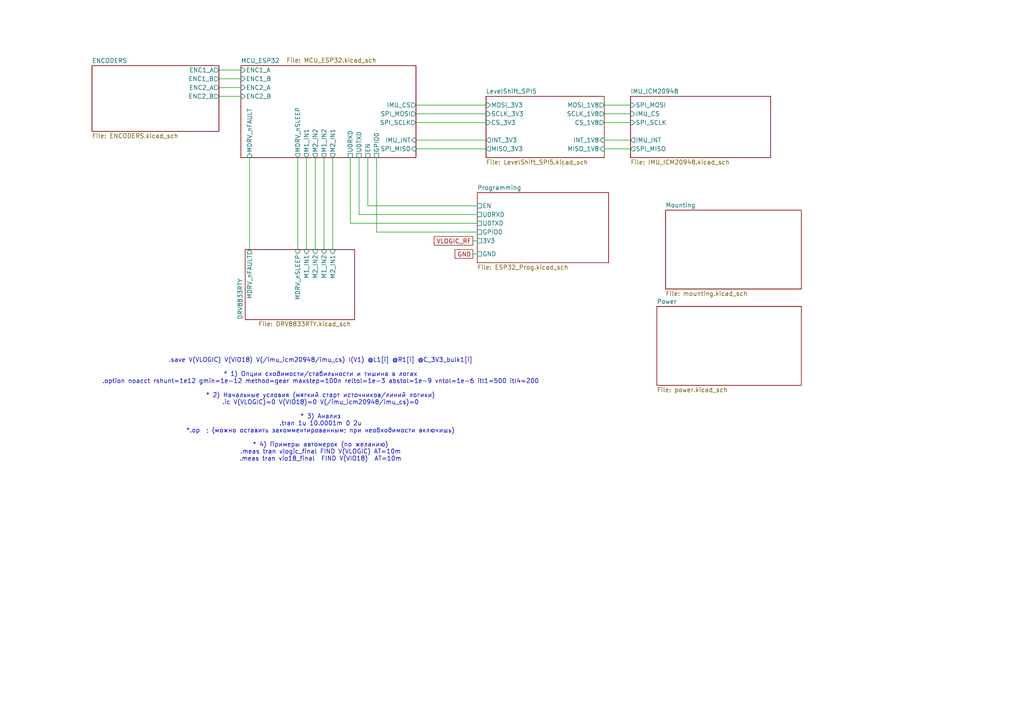
<source format=kicad_sch>
(kicad_sch
	(version 20250114)
	(generator "eeschema")
	(generator_version "9.0")
	(uuid "891cdf0c-b4c2-4f65-9c53-c267913f529d")
	(paper "A4")
	(lib_symbols)
	(text ".save V(VLOGIC) V(VIO18) V(/imu_icm20948/imu_cs) I(V1) @L1[i] @R1[i] @C_3V3_bulk1[i]\n\n* 1) Опции сходимости/стабильности и тишина в логах\n.option noacct rshunt=1e12 gmin=1e-12 method=gear maxstep=100n reltol=1e-3 abstol=1e-9 vntol=1e-6 itl1=500 itl4=200\n\n* 2) Начальные условия (мягкий старт источников/линий логики)\n.ic V(VLOGIC)=0 V(VIO18)=0 V(/imu_icm20948/imu_cs)=0\n\n* 3) Анализ\n.tran 1u 10.0001m 0 2u\n*.op  ; (можно оставить закомментированным; при необходимости включишь)\n\n* 4) Примеры автомерок (по желанию)\n.meas tran vlogic_final FIND V(VLOGIC) AT=10m\n.meas tran vio18_final  FIND V(VIO18)  AT=10m"
		(exclude_from_sim no)
		(at 92.964 118.872 0)
		(effects
			(font
				(size 1.27 1.27)
			)
		)
		(uuid "c21c3323-6eee-4ad5-8eab-20fe9ba9f25a")
	)
	(wire
		(pts
			(xy 137.16 69.85) (xy 138.43 69.85)
		)
		(stroke
			(width 0)
			(type default)
		)
		(uuid "0a611570-7656-467d-97c9-44ea0f00caca")
	)
	(wire
		(pts
			(xy 86.36 45.72) (xy 86.36 72.39)
		)
		(stroke
			(width 0)
			(type default)
		)
		(uuid "19b7d177-0edd-44d6-ab55-a51ce64adc74")
	)
	(wire
		(pts
			(xy 91.44 45.72) (xy 91.44 72.39)
		)
		(stroke
			(width 0)
			(type default)
		)
		(uuid "27122aa9-4e46-45bb-ac5f-074f344c9d46")
	)
	(wire
		(pts
			(xy 72.39 45.72) (xy 72.39 72.39)
		)
		(stroke
			(width 0)
			(type default)
		)
		(uuid "30e73459-2aa6-4145-80ca-b0e5e909478f")
	)
	(wire
		(pts
			(xy 63.5 27.94) (xy 69.85 27.94)
		)
		(stroke
			(width 0)
			(type default)
		)
		(uuid "3aa08278-1345-49fb-8236-1686c5bc6b2c")
	)
	(wire
		(pts
			(xy 175.26 35.56) (xy 182.88 35.56)
		)
		(stroke
			(width 0)
			(type default)
		)
		(uuid "42cd5b4a-40e6-4d00-82f0-96792f4babf6")
	)
	(wire
		(pts
			(xy 138.43 62.23) (xy 104.14 62.23)
		)
		(stroke
			(width 0)
			(type default)
		)
		(uuid "56b29a84-b7d5-49f8-b9b4-2b72ecc414b8")
	)
	(wire
		(pts
			(xy 63.5 25.4) (xy 69.85 25.4)
		)
		(stroke
			(width 0)
			(type default)
		)
		(uuid "58f2b765-e96c-4abd-8bac-3662a6d81198")
	)
	(wire
		(pts
			(xy 101.6 64.77) (xy 101.6 45.72)
		)
		(stroke
			(width 0)
			(type default)
		)
		(uuid "59f08e24-4cfc-47d1-adfa-513fcbfc25f9")
	)
	(wire
		(pts
			(xy 88.9 45.72) (xy 88.9 72.39)
		)
		(stroke
			(width 0)
			(type default)
		)
		(uuid "687c8ef3-0bfc-4b81-ba97-611080604e27")
	)
	(wire
		(pts
			(xy 63.5 20.32) (xy 69.85 20.32)
		)
		(stroke
			(width 0)
			(type default)
		)
		(uuid "6b188191-54fa-46ed-90c1-6581ccc5dd17")
	)
	(wire
		(pts
			(xy 120.65 33.02) (xy 140.97 33.02)
		)
		(stroke
			(width 0)
			(type default)
		)
		(uuid "6fd69a06-6b62-4469-8783-246e796b1474")
	)
	(wire
		(pts
			(xy 96.52 45.72) (xy 96.52 72.39)
		)
		(stroke
			(width 0)
			(type default)
		)
		(uuid "7895d047-c5c1-40ce-9ac7-033e0ecd3448")
	)
	(wire
		(pts
			(xy 109.22 67.31) (xy 109.22 45.72)
		)
		(stroke
			(width 0)
			(type default)
		)
		(uuid "791f1dca-e766-4bfa-ac33-2d5afca7da69")
	)
	(wire
		(pts
			(xy 175.26 30.48) (xy 182.88 30.48)
		)
		(stroke
			(width 0)
			(type default)
		)
		(uuid "7cec3729-cedb-44be-95f1-0554997ba570")
	)
	(wire
		(pts
			(xy 138.43 59.69) (xy 106.68 59.69)
		)
		(stroke
			(width 0)
			(type default)
		)
		(uuid "7da7344b-1ef2-449f-9081-1b6e6e49afc2")
	)
	(wire
		(pts
			(xy 120.65 40.64) (xy 140.97 40.64)
		)
		(stroke
			(width 0)
			(type default)
		)
		(uuid "9247c72a-fa98-4f5f-9e12-6c79e7e06e2c")
	)
	(wire
		(pts
			(xy 175.26 40.64) (xy 182.88 40.64)
		)
		(stroke
			(width 0)
			(type default)
		)
		(uuid "95f4d8e7-0a82-4b1c-85ca-bef644862171")
	)
	(wire
		(pts
			(xy 138.43 64.77) (xy 101.6 64.77)
		)
		(stroke
			(width 0)
			(type default)
		)
		(uuid "98247e7e-4a2c-4d89-848a-7a069957d0c1")
	)
	(wire
		(pts
			(xy 138.43 67.31) (xy 109.22 67.31)
		)
		(stroke
			(width 0)
			(type default)
		)
		(uuid "9f22431a-4fa5-4423-b733-856fab1a2a4e")
	)
	(wire
		(pts
			(xy 106.68 59.69) (xy 106.68 45.72)
		)
		(stroke
			(width 0)
			(type default)
		)
		(uuid "ae08a599-8e67-48ad-9c39-d82920c409b0")
	)
	(wire
		(pts
			(xy 63.5 22.86) (xy 69.85 22.86)
		)
		(stroke
			(width 0)
			(type default)
		)
		(uuid "ae793f99-288e-4bb1-ba6d-6656b8e89a73")
	)
	(wire
		(pts
			(xy 104.14 62.23) (xy 104.14 45.72)
		)
		(stroke
			(width 0)
			(type default)
		)
		(uuid "affa3626-931f-4bde-b1ae-3ca38ecb4cb0")
	)
	(wire
		(pts
			(xy 175.26 33.02) (xy 182.88 33.02)
		)
		(stroke
			(width 0)
			(type default)
		)
		(uuid "ccbbc30e-7897-4ed0-a142-d7cf07ab1db0")
	)
	(wire
		(pts
			(xy 175.26 43.18) (xy 182.88 43.18)
		)
		(stroke
			(width 0)
			(type default)
		)
		(uuid "ce08111a-cd3f-4936-9ca6-d4f9740c88a4")
	)
	(wire
		(pts
			(xy 120.65 35.56) (xy 140.97 35.56)
		)
		(stroke
			(width 0)
			(type default)
		)
		(uuid "e29e3fcd-abdb-4e7b-80b2-4f6f16b49408")
	)
	(wire
		(pts
			(xy 120.65 30.48) (xy 140.97 30.48)
		)
		(stroke
			(width 0)
			(type default)
		)
		(uuid "e6379864-e010-48b0-b8dc-766e4182d0c2")
	)
	(wire
		(pts
			(xy 137.16 73.66) (xy 138.43 73.66)
		)
		(stroke
			(width 0)
			(type default)
		)
		(uuid "ea7cd0a4-8e3b-41f8-9296-0dc91fd51105")
	)
	(wire
		(pts
			(xy 93.98 45.72) (xy 93.98 72.39)
		)
		(stroke
			(width 0)
			(type default)
		)
		(uuid "f174fa42-9fbc-4e22-8556-0b8fd70ffbd5")
	)
	(wire
		(pts
			(xy 120.65 43.18) (xy 140.97 43.18)
		)
		(stroke
			(width 0)
			(type default)
		)
		(uuid "f53f716e-8461-4216-ac5f-cce5e95062a8")
	)
	(global_label "VLOGIC_RF"
		(shape passive)
		(at 137.16 69.85 180)
		(fields_autoplaced yes)
		(effects
			(font
				(size 1.27 1.27)
			)
			(justify right)
		)
		(uuid "652acbcd-ce9b-4354-8ebb-6ad04e7174a9")
		(property "Intersheetrefs" "${INTERSHEET_REFS}"
			(at 125.3679 69.85 0)
			(effects
				(font
					(size 1.27 1.27)
				)
				(justify right)
				(hide yes)
			)
		)
	)
	(global_label "GND"
		(shape passive)
		(at 137.16 73.66 180)
		(fields_autoplaced yes)
		(effects
			(font
				(size 1.27 1.27)
			)
			(justify right)
		)
		(uuid "8ac413ab-9107-4359-9e35-750a9ff1d820")
		(property "Intersheetrefs" "${INTERSHEET_REFS}"
			(at 131.4156 73.66 0)
			(effects
				(font
					(size 1.27 1.27)
				)
				(justify right)
				(hide yes)
			)
		)
	)
	(sheet
		(at 193.04 60.96)
		(size 39.37 22.86)
		(exclude_from_sim no)
		(in_bom yes)
		(on_board yes)
		(dnp no)
		(fields_autoplaced yes)
		(stroke
			(width 0.1524)
			(type solid)
		)
		(fill
			(color 0 0 0 0.0000)
		)
		(uuid "08d3f0e5-de1a-4cf8-8caa-5f92530f636e")
		(property "Sheetname" "Mounting"
			(at 193.04 60.2484 0)
			(effects
				(font
					(size 1.27 1.27)
				)
				(justify left bottom)
			)
		)
		(property "Sheetfile" "mounting.kicad_sch"
			(at 193.04 84.4046 0)
			(effects
				(font
					(size 1.27 1.27)
				)
				(justify left top)
			)
		)
		(instances
			(project "magnitrometr"
				(path "/891cdf0c-b4c2-4f65-9c53-c267913f529d"
					(page "8")
				)
			)
		)
	)
	(sheet
		(at 71.12 72.39)
		(size 31.75 20.32)
		(exclude_from_sim no)
		(in_bom yes)
		(on_board yes)
		(dnp no)
		(stroke
			(width 0.1524)
			(type solid)
		)
		(fill
			(color 0 0 0 0.0000)
		)
		(uuid "307903b1-5c4f-40ae-a94c-a51eab6addcb")
		(property "Sheetname" "DRV8833RTY"
			(at 70.4084 92.71 90)
			(effects
				(font
					(size 1.27 1.27)
				)
				(justify left bottom)
			)
		)
		(property "Sheetfile" "DRV8833RTY.kicad_sch"
			(at 74.93 93.218 0)
			(effects
				(font
					(size 1.27 1.27)
				)
				(justify left top)
			)
		)
		(pin "MDRV_nSLEEP" input
			(at 86.36 72.39 90)
			(uuid "ba1b9ebb-f6c4-44d7-90dc-739e07494b80")
			(effects
				(font
					(size 1.27 1.27)
				)
				(justify right)
			)
		)
		(pin "MDRV_nFAULT" output
			(at 72.39 72.39 90)
			(uuid "8290fcfc-4f52-4231-a333-08ed36c10f54")
			(effects
				(font
					(size 1.27 1.27)
				)
				(justify right)
			)
		)
		(pin "M1_IN1" input
			(at 88.9 72.39 90)
			(uuid "c1b88cfe-d76e-4d55-b441-ca47a0754367")
			(effects
				(font
					(size 1.27 1.27)
				)
				(justify right)
			)
		)
		(pin "M2_IN2" input
			(at 91.44 72.39 90)
			(uuid "e7f1b411-58c2-432a-a582-88cc267e56e9")
			(effects
				(font
					(size 1.27 1.27)
				)
				(justify right)
			)
		)
		(pin "M1_IN2" input
			(at 93.98 72.39 90)
			(uuid "54c68cf0-dade-42f4-a892-460ed834eb96")
			(effects
				(font
					(size 1.27 1.27)
				)
				(justify right)
			)
		)
		(pin "M2_IN1" input
			(at 96.52 72.39 90)
			(uuid "0761473a-1bf6-4615-86a5-29c3bc6b3576")
			(effects
				(font
					(size 1.27 1.27)
				)
				(justify right)
			)
		)
		(instances
			(project "magnitrometr"
				(path "/891cdf0c-b4c2-4f65-9c53-c267913f529d"
					(page "6")
				)
			)
		)
	)
	(sheet
		(at 190.5 88.9)
		(size 41.91 22.86)
		(exclude_from_sim no)
		(in_bom yes)
		(on_board yes)
		(dnp no)
		(fields_autoplaced yes)
		(stroke
			(width 0.1524)
			(type solid)
		)
		(fill
			(color 0 0 0 0.0000)
		)
		(uuid "32dcc24e-8308-45ed-b18e-b6bb77f40255")
		(property "Sheetname" "Power"
			(at 190.5 88.1884 0)
			(effects
				(font
					(size 1.27 1.27)
				)
				(justify left bottom)
			)
		)
		(property "Sheetfile" "power.kicad_sch"
			(at 190.5 112.3446 0)
			(effects
				(font
					(size 1.27 1.27)
				)
				(justify left top)
			)
		)
		(instances
			(project "magnitrometr"
				(path "/891cdf0c-b4c2-4f65-9c53-c267913f529d"
					(page "2")
				)
			)
		)
	)
	(sheet
		(at 26.67 19.05)
		(size 36.83 19.05)
		(exclude_from_sim no)
		(in_bom yes)
		(on_board yes)
		(dnp no)
		(fields_autoplaced yes)
		(stroke
			(width 0.1524)
			(type solid)
		)
		(fill
			(color 0 0 0 0.0000)
		)
		(uuid "49b0117c-a477-4b00-9c1e-6fa353293008")
		(property "Sheetname" "ENCODERS"
			(at 26.67 18.3384 0)
			(effects
				(font
					(size 1.27 1.27)
				)
				(justify left bottom)
			)
		)
		(property "Sheetfile" "ENCODERS.kicad_sch"
			(at 26.67 38.6846 0)
			(effects
				(font
					(size 1.27 1.27)
				)
				(justify left top)
			)
		)
		(pin "ENC2_A" output
			(at 63.5 25.4 0)
			(uuid "568f8dbd-eac0-4f15-9e06-fa9186588689")
			(effects
				(font
					(size 1.27 1.27)
				)
				(justify right)
			)
		)
		(pin "ENC2_B" output
			(at 63.5 27.94 0)
			(uuid "ace10d8a-e2b7-44df-851e-671420e5c018")
			(effects
				(font
					(size 1.27 1.27)
				)
				(justify right)
			)
		)
		(pin "ENC1_A" output
			(at 63.5 20.32 0)
			(uuid "a94a5817-3c62-4462-bd79-95afa10ad29e")
			(effects
				(font
					(size 1.27 1.27)
				)
				(justify right)
			)
		)
		(pin "ENC1_B" output
			(at 63.5 22.86 0)
			(uuid "3bd69f82-63c1-41d4-bee4-8677aeb6adf6")
			(effects
				(font
					(size 1.27 1.27)
				)
				(justify right)
			)
		)
		(instances
			(project "magnitrometr"
				(path "/891cdf0c-b4c2-4f65-9c53-c267913f529d"
					(page "7")
				)
			)
		)
	)
	(sheet
		(at 140.97 27.94)
		(size 34.29 17.78)
		(exclude_from_sim no)
		(in_bom yes)
		(on_board yes)
		(dnp no)
		(fields_autoplaced yes)
		(stroke
			(width 0.1524)
			(type solid)
		)
		(fill
			(color 0 0 0 0.0000)
		)
		(uuid "99606546-3096-4eba-88f0-5dc571a7049e")
		(property "Sheetname" "LevelShift_SPI5"
			(at 140.97 27.2284 0)
			(effects
				(font
					(size 1.27 1.27)
				)
				(justify left bottom)
			)
		)
		(property "Sheetfile" "LevelShift_SPI5.kicad_sch"
			(at 140.97 46.3046 0)
			(effects
				(font
					(size 1.27 1.27)
				)
				(justify left top)
			)
		)
		(pin "SCLK_3V3" input
			(at 140.97 33.02 180)
			(uuid "961240e5-9c98-4085-82ab-a70666123d53")
			(effects
				(font
					(size 1.27 1.27)
				)
				(justify left)
			)
		)
		(pin "MISO_3V3" output
			(at 140.97 43.18 180)
			(uuid "4327fe9a-a7d9-4fed-a084-1dfcb280f805")
			(effects
				(font
					(size 1.27 1.27)
				)
				(justify left)
			)
		)
		(pin "CS_1V8" output
			(at 175.26 35.56 0)
			(uuid "08a74ef0-7043-4c41-9164-81eb7095619c")
			(effects
				(font
					(size 1.27 1.27)
				)
				(justify right)
			)
		)
		(pin "CS_3V3" input
			(at 140.97 35.56 180)
			(uuid "39813e0d-24d9-4426-81f6-796c2e03292c")
			(effects
				(font
					(size 1.27 1.27)
				)
				(justify left)
			)
		)
		(pin "SCLK_1V8" output
			(at 175.26 33.02 0)
			(uuid "d92549a6-ab6e-4ec7-9e03-8f5964fe1595")
			(effects
				(font
					(size 1.27 1.27)
				)
				(justify right)
			)
		)
		(pin "MOSI_1V8" output
			(at 175.26 30.48 0)
			(uuid "43b8b8f8-644e-4582-9291-c793a752b46a")
			(effects
				(font
					(size 1.27 1.27)
				)
				(justify right)
			)
		)
		(pin "INT_1V8" input
			(at 175.26 40.64 0)
			(uuid "ab84e0b2-36b6-4de8-9c31-6a1a4c9d12b3")
			(effects
				(font
					(size 1.27 1.27)
				)
				(justify right)
			)
		)
		(pin "INT_3V3" output
			(at 140.97 40.64 180)
			(uuid "899a35bd-5584-4dcb-8fb7-e594d8673ea1")
			(effects
				(font
					(size 1.27 1.27)
				)
				(justify left)
			)
		)
		(pin "MOSI_3V3" input
			(at 140.97 30.48 180)
			(uuid "b57fa5d3-751d-4ef7-a5f9-8ba806e8c89b")
			(effects
				(font
					(size 1.27 1.27)
				)
				(justify left)
			)
		)
		(pin "MISO_1V8" input
			(at 175.26 43.18 0)
			(uuid "827b5a4a-93d9-46cb-b307-e9e141c75c9d")
			(effects
				(font
					(size 1.27 1.27)
				)
				(justify right)
			)
		)
		(instances
			(project "magnitrometr"
				(path "/891cdf0c-b4c2-4f65-9c53-c267913f529d"
					(page "5")
				)
			)
		)
	)
	(sheet
		(at 182.88 27.94)
		(size 40.64 17.78)
		(exclude_from_sim no)
		(in_bom yes)
		(on_board yes)
		(dnp no)
		(fields_autoplaced yes)
		(stroke
			(width 0.1524)
			(type solid)
		)
		(fill
			(color 0 0 0 0.0000)
		)
		(uuid "ce5d4f46-d322-4fd2-88f9-a110a0579c5d")
		(property "Sheetname" "IMU_ICM20948"
			(at 182.88 27.2284 0)
			(effects
				(font
					(size 1.27 1.27)
				)
				(justify left bottom)
			)
		)
		(property "Sheetfile" "IMU_ICM20948.kicad_sch"
			(at 182.88 46.3046 0)
			(effects
				(font
					(size 1.27 1.27)
				)
				(justify left top)
			)
		)
		(pin "SPI_MISO" output
			(at 182.88 43.18 180)
			(uuid "a1ecf6ee-fa22-4eaa-ad27-ba2165e56430")
			(effects
				(font
					(size 1.27 1.27)
				)
				(justify left)
			)
		)
		(pin "SPI_SCLK" input
			(at 182.88 35.56 180)
			(uuid "7494c950-015c-4065-9251-fb60d7bdef90")
			(effects
				(font
					(size 1.27 1.27)
				)
				(justify left)
			)
		)
		(pin "IMU_INT" output
			(at 182.88 40.64 180)
			(uuid "0a0feab8-c0ba-489f-b0ff-0703828dbb7f")
			(effects
				(font
					(size 1.27 1.27)
				)
				(justify left)
			)
		)
		(pin "SPI_MOSI" input
			(at 182.88 30.48 180)
			(uuid "7c09ace1-0f59-4206-9d72-231025128c86")
			(effects
				(font
					(size 1.27 1.27)
				)
				(justify left)
			)
		)
		(pin "IMU_CS" input
			(at 182.88 33.02 180)
			(uuid "6e1e4564-f21c-4415-9b49-6fff7fd6ae55")
			(effects
				(font
					(size 1.27 1.27)
				)
				(justify left)
			)
		)
		(instances
			(project "magnitrometr"
				(path "/891cdf0c-b4c2-4f65-9c53-c267913f529d"
					(page "3")
				)
			)
		)
	)
	(sheet
		(at 69.85 19.05)
		(size 50.8 26.67)
		(exclude_from_sim no)
		(in_bom yes)
		(on_board yes)
		(dnp no)
		(stroke
			(width 0.1524)
			(type solid)
		)
		(fill
			(color 0 0 0 0.0000)
		)
		(uuid "eab108bc-b5ef-4041-a8f9-77ee982e0ad7")
		(property "Sheetname" "MCU_ESP32"
			(at 69.85 18.3384 0)
			(effects
				(font
					(size 1.27 1.27)
				)
				(justify left bottom)
			)
		)
		(property "Sheetfile" "MCU_ESP32.kicad_sch"
			(at 83.058 16.764 0)
			(effects
				(font
					(size 1.27 1.27)
				)
				(justify left top)
			)
		)
		(pin "IMU_CS" output
			(at 120.65 30.48 0)
			(uuid "e1ba15e6-5a1b-4863-9163-b3195a1e06f2")
			(effects
				(font
					(size 1.27 1.27)
				)
				(justify right)
			)
		)
		(pin "IMU_INT" input
			(at 120.65 40.64 0)
			(uuid "3bb0ba94-0f12-4e0c-8069-b3a9e2a68a99")
			(effects
				(font
					(size 1.27 1.27)
				)
				(justify right)
			)
		)
		(pin "SPI_MISO" input
			(at 120.65 43.18 0)
			(uuid "589c4dc2-92ea-4984-b974-5346dec4099c")
			(effects
				(font
					(size 1.27 1.27)
				)
				(justify right)
			)
		)
		(pin "SPI_MOSI" output
			(at 120.65 33.02 0)
			(uuid "b079e233-7612-4e59-9738-7da3b786e177")
			(effects
				(font
					(size 1.27 1.27)
				)
				(justify right)
			)
		)
		(pin "SPI_SCLK" output
			(at 120.65 35.56 0)
			(uuid "72ba8f91-d7c8-42c6-8d30-115e30750079")
			(effects
				(font
					(size 1.27 1.27)
				)
				(justify right)
			)
		)
		(pin "MDRV_nSLEEP" output
			(at 86.36 45.72 270)
			(uuid "1ae68983-9db4-440f-a65e-2c0fc1c0aa26")
			(effects
				(font
					(size 1.27 1.27)
				)
				(justify left)
			)
		)
		(pin "MDRV_nFAULT" input
			(at 72.39 45.72 270)
			(uuid "87a38e5c-b941-4cd6-ba91-4933ecf05c5c")
			(effects
				(font
					(size 1.27 1.27)
				)
				(justify left)
			)
		)
		(pin "M1_IN1" output
			(at 88.9 45.72 270)
			(uuid "9d4b4f92-0ebc-429a-bf0f-b14f166de08d")
			(effects
				(font
					(size 1.27 1.27)
				)
				(justify left)
			)
		)
		(pin "ENC1_B" input
			(at 69.85 22.86 180)
			(uuid "792a0d10-d54b-4672-b88b-b1de1586788a")
			(effects
				(font
					(size 1.27 1.27)
				)
				(justify left)
			)
		)
		(pin "M2_IN2" output
			(at 91.44 45.72 270)
			(uuid "fe827c48-6296-4114-acb2-a73fb4fc4516")
			(effects
				(font
					(size 1.27 1.27)
				)
				(justify left)
			)
		)
		(pin "M1_IN2" output
			(at 93.98 45.72 270)
			(uuid "ce9eaed2-23e0-42f2-9167-f33191fec502")
			(effects
				(font
					(size 1.27 1.27)
				)
				(justify left)
			)
		)
		(pin "M2_IN1" output
			(at 96.52 45.72 270)
			(uuid "cab98cb2-bbb3-421d-a603-748747fb9cc6")
			(effects
				(font
					(size 1.27 1.27)
				)
				(justify left)
			)
		)
		(pin "ENC2_B" input
			(at 69.85 27.94 180)
			(uuid "48f5dd2e-d44f-4ec8-b472-3afde38801a2")
			(effects
				(font
					(size 1.27 1.27)
				)
				(justify left)
			)
		)
		(pin "ENC2_A" input
			(at 69.85 25.4 180)
			(uuid "112b9aa2-991c-49eb-a7b8-d016701a2401")
			(effects
				(font
					(size 1.27 1.27)
				)
				(justify left)
			)
		)
		(pin "ENC1_A" input
			(at 69.85 20.32 180)
			(uuid "2e6d0d9b-2a90-4f6f-ba32-d28341d6b9c6")
			(effects
				(font
					(size 1.27 1.27)
				)
				(justify left)
			)
		)
		(pin "U0RXD" passive
			(at 101.6 45.72 270)
			(uuid "d0768afc-b2b4-4dd2-b366-32dc56a5e4fe")
			(effects
				(font
					(size 1.27 1.27)
				)
				(justify left)
			)
		)
		(pin "EN" passive
			(at 106.68 45.72 270)
			(uuid "20be6934-d74e-4900-b96c-7faafe2516e9")
			(effects
				(font
					(size 1.27 1.27)
				)
				(justify left)
			)
		)
		(pin "GPIO0" passive
			(at 109.22 45.72 270)
			(uuid "b0645a35-fc9f-4b60-a0f6-4e48c1996239")
			(effects
				(font
					(size 1.27 1.27)
				)
				(justify left)
			)
		)
		(pin "U0TXD" passive
			(at 104.14 45.72 270)
			(uuid "d440e643-39d2-47e3-b470-a750fa5170b1")
			(effects
				(font
					(size 1.27 1.27)
				)
				(justify left)
			)
		)
		(instances
			(project "magnitrometr"
				(path "/891cdf0c-b4c2-4f65-9c53-c267913f529d"
					(page "4")
				)
			)
		)
	)
	(sheet
		(at 138.43 55.88)
		(size 38.1 20.32)
		(exclude_from_sim no)
		(in_bom yes)
		(on_board yes)
		(dnp no)
		(fields_autoplaced yes)
		(stroke
			(width 0.1524)
			(type solid)
		)
		(fill
			(color 0 0 0 0.0000)
		)
		(uuid "fc7a60c5-662f-4f5b-ba06-986f82ad4bdf")
		(property "Sheetname" "Programming"
			(at 138.43 55.1684 0)
			(effects
				(font
					(size 1.27 1.27)
				)
				(justify left bottom)
			)
		)
		(property "Sheetfile" "ESP32_Prog.kicad_sch"
			(at 138.43 76.7846 0)
			(effects
				(font
					(size 1.27 1.27)
				)
				(justify left top)
			)
		)
		(pin "GND" passive
			(at 138.43 73.66 180)
			(uuid "a4a9a853-048c-44ad-8c7e-fbd465907fa1")
			(effects
				(font
					(size 1.27 1.27)
				)
				(justify left)
			)
		)
		(pin "EN" passive
			(at 138.43 59.69 180)
			(uuid "79a2396c-6e98-4f2c-ac87-b48e11f20d51")
			(effects
				(font
					(size 1.27 1.27)
				)
				(justify left)
			)
		)
		(pin "U0RXD" passive
			(at 138.43 62.23 180)
			(uuid "cca5de73-a2ca-467f-b711-3dcdafd0b0d4")
			(effects
				(font
					(size 1.27 1.27)
				)
				(justify left)
			)
		)
		(pin "3V3" passive
			(at 138.43 69.85 180)
			(uuid "9100cfbd-a20c-42fb-9cb6-4b3b6f77191c")
			(effects
				(font
					(size 1.27 1.27)
				)
				(justify left)
			)
		)
		(pin "U0TXD" passive
			(at 138.43 64.77 180)
			(uuid "11b6ab37-1667-4739-80bc-233be45d5635")
			(effects
				(font
					(size 1.27 1.27)
				)
				(justify left)
			)
		)
		(pin "GPIO0" passive
			(at 138.43 67.31 180)
			(uuid "93c3db78-2018-46a6-84fb-57924c9317e6")
			(effects
				(font
					(size 1.27 1.27)
				)
				(justify left)
			)
		)
		(instances
			(project "magnitrometr"
				(path "/891cdf0c-b4c2-4f65-9c53-c267913f529d"
					(page "9")
				)
			)
		)
	)
	(sheet_instances
		(path "/"
			(page "1")
		)
	)
	(embedded_fonts no)
)

</source>
